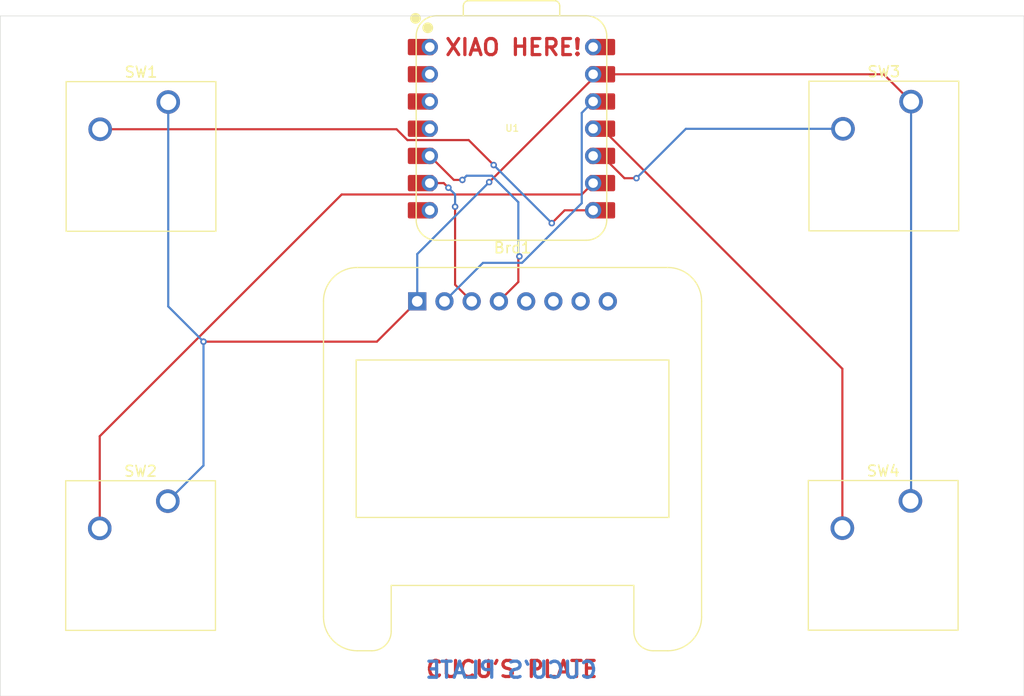
<source format=kicad_pcb>
(kicad_pcb (version 20241229) (generator "pcbnew") (generator_version "9.0")
  (layers (0 "F.Cu" signal) (2 "B.Cu" signal) (13 "F.Paste" user) (15 "B.Paste" user) (5 "F.SilkS" user "F.Silkscreen") (7 "B.SilkS" user "B.Silkscreen") (1 "F.Mask" user) (3 "B.Mask" user) (25 "Edge.Cuts" user))
  (net 0 "")
  (net 1 "Net-(Brd1-VCC)")
  (net 2 "Net-(Brd1-SDA)")
  (net 3 "Net-(Brd1-SCL)")
  (net 4 "GND")
  (net 6 "Net-(U1-GPIO1{slash}RX)")
  (net 7 "Net-(U1-GPIO2{slash}SCK)")
  (net 8 "Net-(U1-GPIO4{slash}MISO)")
  (net 9 "Net-(U1-GPIO3{slash}MOSI)")
  (footprint "Button_Switch_Keyboard:SW_Cherry_MX_1.00u_PCB" (layer "F.Cu") (at 185.67 45.04)
    (property "Reference" "SW1" (at -2.54 -2.794 0) (layer "F.SilkS"))
    (property "Value" "SW_Push")
    (fp_line (start -9.525 -1.905) (end 4.445 -1.905) (stroke (width 0.12)) (layer "F.SilkS"))
    (fp_line (start -9.525 12.065) (end -9.525 -1.905) (stroke (width 0.12)) (layer "F.SilkS"))
    (fp_line (start 4.445 -1.905) (end 4.445 12.065) (stroke (width 0.12)) (layer "F.SilkS"))
    (fp_line (start 4.445 12.065) (end -9.525 12.065) (stroke (width 0.12)) (layer "F.SilkS"))
    (pad "" np_thru_hole circle (at -7.62 5.08) (size 1.7 1.7) (drill 1.7) (layers "*.Cu" "*.Mask"))
    (pad "" np_thru_hole circle (at -2.54 5.08) (size 4 4) (drill 4) (layers "*.Cu" "*.Mask"))
    (pad "" np_thru_hole circle (at 2.54 5.08) (size 1.7 1.7) (drill 1.7) (layers "*.Cu" "*.Mask"))
    (pad "1" thru_hole circle (at 0 0) (size 2.2 2.2) (drill 1.5) (layers "*.Cu" "*.Mask") (net 4 "GND"))
    (pad "2" thru_hole circle (at -6.35 2.54) (size 2.2 2.2) (drill 1.5) (layers "*.Cu" "*.Mask") (net 6 "Net-(U1-GPIO1{slash}RX)"))
  )
  (footprint "Button_Switch_Keyboard:SW_Cherry_MX_1.00u_PCB" (layer "F.Cu") (at 254.97 45)
    (property "Reference" "SW3" (at -2.54 -2.794 0) (layer "F.SilkS"))
    (property "Value" "SW_Push")
    (fp_line (start -9.525 -1.905) (end 4.445 -1.905) (stroke (width 0.12)) (layer "F.SilkS"))
    (fp_line (start -9.525 12.065) (end -9.525 -1.905) (stroke (width 0.12)) (layer "F.SilkS"))
    (fp_line (start 4.445 -1.905) (end 4.445 12.065) (stroke (width 0.12)) (layer "F.SilkS"))
    (fp_line (start 4.445 12.065) (end -9.525 12.065) (stroke (width 0.12)) (layer "F.SilkS"))
    (pad "" np_thru_hole circle (at -7.62 5.08) (size 1.7 1.7) (drill 1.7) (layers "*.Cu" "*.Mask"))
    (pad "" np_thru_hole circle (at -2.54 5.08) (size 4 4) (drill 4) (layers "*.Cu" "*.Mask"))
    (pad "" np_thru_hole circle (at 2.54 5.08) (size 1.7 1.7) (drill 1.7) (layers "*.Cu" "*.Mask"))
    (pad "1" thru_hole circle (at 0 0) (size 2.2 2.2) (drill 1.5) (layers "*.Cu" "*.Mask") (net 4 "GND"))
    (pad "2" thru_hole circle (at -6.35 2.54) (size 2.2 2.2) (drill 1.5) (layers "*.Cu" "*.Mask") (net 8 "Net-(U1-GPIO4{slash}MISO)"))
  )
  (footprint "Display:Adafruit_SSD1306" (layer "F.Cu") (at 208.9 63.645)
    (property "Reference" "Brd1" (at 8.89 -5 0) (layer "F.SilkS"))
    (property "Value" "SSD1306")
    (fp_line (start -8.746 0) (end -8.746 29.464) (stroke (width 0.12)) (layer "F.SilkS"))
    (fp_line (start -5.698 5.478) (end -5.698 20.176) (stroke (width 0.12)) (layer "F.SilkS"))
    (fp_line (start -5.698 5.478) (end 23.478 5.478) (stroke (width 0.12)) (layer "F.SilkS"))
    (fp_line (start -5.698 20.176) (end 23.478 20.176) (stroke (width 0.12)) (layer "F.SilkS"))
    (fp_line (start -4.238 32.622) (end -5.59 32.622) (stroke (width 0.12)) (layer "F.SilkS"))
    (fp_line (start -2.43 26.526) (end -2.43 30.814) (stroke (width 0.12)) (layer "F.SilkS"))
    (fp_line (start -2.43 26.526) (end 20.21 26.526) (stroke (width 0.12)) (layer "F.SilkS"))
    (fp_line (start 20.21 26.526) (end 20.21 30.814) (stroke (width 0.12)) (layer "F.SilkS"))
    (fp_line (start 22.018 32.622) (end 23.37 32.622) (stroke (width 0.12)) (layer "F.SilkS"))
    (fp_line (start 23.368 -3.158) (end -5.588 -3.158) (stroke (width 0.12)) (layer "F.SilkS"))
    (fp_line (start 23.478 5.478) (end 23.478 20.176) (stroke (width 0.12)) (layer "F.SilkS"))
    (fp_line (start 26.526 0) (end 26.526 29.464) (stroke (width 0.12)) (layer "F.SilkS"))
    (fp_arc (start -8.746 0) (mid -7.821043 -2.233043) (end -5.588 -3.158) (stroke (width 0.12)) (layer "F.SilkS"))
    (fp_arc (start -5.588 32.622) (mid -7.821043 31.697043) (end -8.746 29.464) (stroke (width 0.12)) (layer "F.SilkS"))
    (fp_arc (start -2.43 30.812) (mid -2.958137 32.091035) (end -4.236 32.622) (stroke (width 0.12)) (layer "F.SilkS"))
    (fp_arc (start 22.016 32.622) (mid 20.738137 32.091035) (end 20.21 30.812) (stroke (width 0.12)) (layer "F.SilkS"))
    (fp_arc (start 23.368 -3.158) (mid 25.601043 -2.233043) (end 26.526 0) (stroke (width 0.12)) (layer "F.SilkS"))
    (fp_arc (start 26.526 29.464) (mid 25.601043 31.697043) (end 23.368 32.622) (stroke (width 0.12)) (layer "F.SilkS"))
    (pad "" np_thru_hole circle (at -5.588 0) (size 2.7 2.7) (drill 2.7) (layers "*.Cu" "*.Mask"))
    (pad "" np_thru_hole circle (at -5.588 29.464) (size 2.7 2.7) (drill 2.7) (layers "*.Cu" "*.Mask"))
    (pad "" np_thru_hole circle (at 23.368 0) (size 2.7 2.7) (drill 2.7) (layers "*.Cu" "*.Mask"))
    (pad "" np_thru_hole circle (at 23.368 29.464) (size 2.7 2.7) (drill 2.7) (layers "*.Cu" "*.Mask"))
    (pad "1" thru_hole rect (at 0 0) (size 1.7 1.7) (drill 1) (layers "*.Cu" "*.Mask") (net 4 "GND"))
    (pad "2" thru_hole circle (at 2.54 0) (size 1.7 1.7) (drill 1) (layers "*.Cu" "*.Mask") (net 1 "Net-(Brd1-VCC)"))
    (pad "3" thru_hole circle (at 5.08 0) (size 1.7 1.7) (drill 1) (layers "*.Cu" "*.Mask") (net 3 "Net-(Brd1-SCL)"))
    (pad "4" thru_hole circle (at 7.62 0) (size 1.7 1.7) (drill 1) (layers "*.Cu" "*.Mask") (net 2 "Net-(Brd1-SDA)"))
    (pad "5" thru_hole circle (at 10.16 0) (size 1.7 1.7) (drill 1) (layers "*.Cu" "*.Mask"))
    (pad "6" thru_hole circle (at 12.7 0) (size 1.7 1.7) (drill 1) (layers "*.Cu" "*.Mask"))
    (pad "7" thru_hole circle (at 15.24 0) (size 1.7 1.7) (drill 1) (layers "*.Cu" "*.Mask"))
    (pad "8" thru_hole circle (at 17.78 0) (size 1.7 1.7) (drill 1) (layers "*.Cu" "*.Mask"))
  )
  (footprint "Button_Switch_Keyboard:SW_Cherry_MX_1.00u_PCB" (layer "F.Cu") (at 254.91 82.28)
    (property "Reference" "SW4" (at -2.54 -2.794 0) (layer "F.SilkS"))
    (property "Value" "SW_Push")
    (fp_line (start -9.525 -1.905) (end 4.445 -1.905) (stroke (width 0.12)) (layer "F.SilkS"))
    (fp_line (start -9.525 12.065) (end -9.525 -1.905) (stroke (width 0.12)) (layer "F.SilkS"))
    (fp_line (start 4.445 -1.905) (end 4.445 12.065) (stroke (width 0.12)) (layer "F.SilkS"))
    (fp_line (start 4.445 12.065) (end -9.525 12.065) (stroke (width 0.12)) (layer "F.SilkS"))
    (pad "" np_thru_hole circle (at -7.62 5.08) (size 1.7 1.7) (drill 1.7) (layers "*.Cu" "*.Mask"))
    (pad "" np_thru_hole circle (at -2.54 5.08) (size 4 4) (drill 4) (layers "*.Cu" "*.Mask"))
    (pad "" np_thru_hole circle (at 2.54 5.08) (size 1.7 1.7) (drill 1.7) (layers "*.Cu" "*.Mask"))
    (pad "1" thru_hole circle (at 0 0) (size 2.2 2.2) (drill 1.5) (layers "*.Cu" "*.Mask") (net 4 "GND"))
    (pad "2" thru_hole circle (at -6.35 2.54) (size 2.2 2.2) (drill 1.5) (layers "*.Cu" "*.Mask") (net 9 "Net-(U1-GPIO3{slash}MOSI)"))
  )
  (footprint "Button_Switch_Keyboard:SW_Cherry_MX_1.00u_PCB" (layer "F.Cu") (at 185.63 82.3)
    (property "Reference" "SW2" (at -2.54 -2.794 0) (layer "F.SilkS"))
    (property "Value" "SW_Push")
    (fp_line (start -9.525 -1.905) (end 4.445 -1.905) (stroke (width 0.12)) (layer "F.SilkS"))
    (fp_line (start -9.525 12.065) (end -9.525 -1.905) (stroke (width 0.12)) (layer "F.SilkS"))
    (fp_line (start 4.445 -1.905) (end 4.445 12.065) (stroke (width 0.12)) (layer "F.SilkS"))
    (fp_line (start 4.445 12.065) (end -9.525 12.065) (stroke (width 0.12)) (layer "F.SilkS"))
    (pad "" np_thru_hole circle (at -7.62 5.08) (size 1.7 1.7) (drill 1.7) (layers "*.Cu" "*.Mask"))
    (pad "" np_thru_hole circle (at -2.54 5.08) (size 4 4) (drill 4) (layers "*.Cu" "*.Mask"))
    (pad "" np_thru_hole circle (at 2.54 5.08) (size 1.7 1.7) (drill 1.7) (layers "*.Cu" "*.Mask"))
    (pad "1" thru_hole circle (at 0 0) (size 2.2 2.2) (drill 1.5) (layers "*.Cu" "*.Mask") (net 4 "GND"))
    (pad "2" thru_hole circle (at -6.35 2.54) (size 2.2 2.2) (drill 1.5) (layers "*.Cu" "*.Mask") (net 7 "Net-(U1-GPIO2{slash}SCK)"))
  )
  (footprint "OPL Lib (Hackpad):XIAO-RP2040-DIP" (layer "F.Cu") (at 217.69 47.5285)
    (property "Reference" "U1" (at 0.07 -0.0485 0) (layer "F.SilkS") (effects (font (size 0.635 0.635) (thickness 0.1016))))
    (property "Value" "XIAO-RP2040-DIP")
    (fp_line (start -8.89 8.509) (end -8.89 -8.636) (stroke (width 0.127)) (layer "F.SilkS"))
    (fp_line (start -6.985 10.414) (end 6.985 10.414) (stroke (width 0.127)) (layer "F.SilkS"))
    (fp_line (start -4.495 -10.541) (end -4.491272 -11.451272) (stroke (width 0.127)) (layer "F.SilkS"))
    (fp_line (start -3.991272 -11.951) (end 4.004 -11.951) (stroke (width 0.127)) (layer "F.SilkS"))
    (fp_line (start 4.504 -11.451) (end 4.504 -10.541) (stroke (width 0.127)) (layer "F.SilkS"))
    (fp_line (start 6.985 -10.541) (end -6.985 -10.541) (stroke (width 0.1)) (layer "F.SilkS"))
    (fp_line (start 6.985 -10.541) (end -6.985 -10.541) (stroke (width 0.127)) (layer "F.SilkS"))
    (fp_line (start 8.89 8.509) (end 8.89 -8.636) (stroke (width 0.127)) (layer "F.SilkS"))
    (fp_arc (start -8.89 -8.636) (mid -8.332038 -9.983038) (end -6.985 -10.541) (stroke (width 0.127)) (layer "F.SilkS"))
    (fp_arc (start -6.985 10.414) (mid -8.332038 9.856038) (end -8.89 8.509) (stroke (width 0.127)) (layer "F.SilkS"))
    (fp_arc (start -4.491272 -11.451272) (mid -4.344728 -11.80464) (end -3.991272 -11.951) (stroke (width 0.127)) (layer "F.SilkS"))
    (fp_arc (start 4.004 -11.951) (mid 4.357553 -11.804553) (end 4.504 -11.451) (stroke (width 0.127)) (layer "F.SilkS"))
    (fp_arc (start 6.985 -10.541) (mid 8.332038 -9.983038) (end 8.89 -8.636) (stroke (width 0.127)) (layer "F.SilkS"))
    (fp_arc (start 8.89 8.509) (mid 8.332038 9.856038) (end 6.985 10.414) (stroke (width 0.127)) (layer "F.SilkS"))
    (fp_circle (center -8.95 -10.3) (end -8.95 -10.554) (stroke (width 0.5)) (fill yes) (layer "F.SilkS"))
    (fp_circle (center -7.807 -9.42) (end -7.807 -9.674) (stroke (width 0.5)) (fill yes) (layer "F.SilkS"))
    (pad "1" smd roundrect (at -8.455 -7.62 180) (size 2.432 1.524) (layers "F.Cu" "F.Mask") (roundrect_rratio 0.1))
    (pad "1" thru_hole circle (at -7.62 -7.62 180) (size 1.524 1.524) (drill 0.889) (layers "*.Cu" "*.Mask"))
    (pad "2" smd roundrect (at -8.455 -5.08 180) (size 2.432 1.524) (layers "F.Cu" "F.Mask") (roundrect_rratio 0.1))
    (pad "2" thru_hole circle (at -7.62 -5.08 180) (size 1.524 1.524) (drill 0.889) (layers "*.Cu" "*.Mask"))
    (pad "3" smd roundrect (at -8.455 -2.54 180) (size 2.432 1.524) (layers "F.Cu" "F.Mask") (roundrect_rratio 0.1))
    (pad "3" thru_hole circle (at -7.62 -2.54 180) (size 1.524 1.524) (drill 0.889) (layers "*.Cu" "*.Mask"))
    (pad "4" smd roundrect (at -8.455 0 180) (size 2.432 1.524) (layers "F.Cu" "F.Mask") (roundrect_rratio 0.1))
    (pad "4" thru_hole circle (at -7.62 0 180) (size 1.524 1.524) (drill 0.889) (layers "*.Cu" "*.Mask"))
    (pad "5" smd roundrect (at -8.455 2.54 180) (size 2.432 1.524) (layers "F.Cu" "F.Mask") (roundrect_rratio 0.1) (net 2 "Net-(Brd1-SDA)"))
    (pad "5" thru_hole circle (at -7.62 2.54 180) (size 1.524 1.524) (drill 0.889) (layers "*.Cu" "*.Mask") (net 2 "Net-(Brd1-SDA)"))
    (pad "6" smd roundrect (at -8.455 5.08 180) (size 2.432 1.524) (layers "F.Cu" "F.Mask") (roundrect_rratio 0.1) (net 3 "Net-(Brd1-SCL)"))
    (pad "6" thru_hole circle (at -7.62 5.08 180) (size 1.524 1.524) (drill 0.889) (layers "*.Cu" "*.Mask") (net 3 "Net-(Brd1-SCL)"))
    (pad "7" smd roundrect (at -8.455 7.62 180) (size 2.432 1.524) (layers "F.Cu" "F.Mask") (roundrect_rratio 0.1))
    (pad "7" thru_hole circle (at -7.62 7.62 180) (size 1.524 1.524) (drill 0.889) (layers "*.Cu" "*.Mask"))
    (pad "8" thru_hole circle (at 7.62 7.62) (size 1.524 1.524) (drill 0.889) (layers "*.Cu" "*.Mask") (net 6 "Net-(U1-GPIO1{slash}RX)"))
    (pad "8" smd roundrect (at 8.455 7.62) (size 2.432 1.524) (layers "F.Cu" "F.Mask") (roundrect_rratio 0.1) (net 6 "Net-(U1-GPIO1{slash}RX)"))
    (pad "9" thru_hole circle (at 7.62 5.08) (size 1.524 1.524) (drill 0.889) (layers "*.Cu" "*.Mask") (net 7 "Net-(U1-GPIO2{slash}SCK)"))
    (pad "9" smd roundrect (at 8.455 5.08) (size 2.432 1.524) (layers "F.Cu" "F.Mask") (roundrect_rratio 0.1) (net 7 "Net-(U1-GPIO2{slash}SCK)"))
    (pad "10" thru_hole circle (at 7.62 2.54) (size 1.524 1.524) (drill 0.889) (layers "*.Cu" "*.Mask") (net 8 "Net-(U1-GPIO4{slash}MISO)"))
    (pad "10" smd roundrect (at 8.455 2.54) (size 2.432 1.524) (layers "F.Cu" "F.Mask") (roundrect_rratio 0.1) (net 8 "Net-(U1-GPIO4{slash}MISO)"))
    (pad "11" thru_hole circle (at 7.62 0) (size 1.524 1.524) (drill 0.889) (layers "*.Cu" "*.Mask") (net 9 "Net-(U1-GPIO3{slash}MOSI)"))
    (pad "11" smd roundrect (at 8.455 0) (size 2.432 1.524) (layers "F.Cu" "F.Mask") (roundrect_rratio 0.1) (net 9 "Net-(U1-GPIO3{slash}MOSI)"))
    (pad "12" thru_hole circle (at 7.62 -2.54) (size 1.524 1.524) (drill 0.889) (layers "*.Cu" "*.Mask") (net 1 "Net-(Brd1-VCC)"))
    (pad "12" smd roundrect (at 8.455 -2.54) (size 2.432 1.524) (layers "F.Cu" "F.Mask") (roundrect_rratio 0.1) (net 1 "Net-(Brd1-VCC)"))
    (pad "13" thru_hole circle (at 7.62 -5.08) (size 1.524 1.524) (drill 0.889) (layers "*.Cu" "*.Mask") (net 4 "GND"))
    (pad "13" smd roundrect (at 8.455 -5.08) (size 2.432 1.524) (layers "F.Cu" "F.Mask") (roundrect_rratio 0.1) (net 4 "GND"))
    (pad "14" thru_hole circle (at 7.62 -7.62) (size 1.524 1.524) (drill 0.889) (layers "*.Cu" "*.Mask"))
    (pad "14" smd roundrect (at 8.455 -7.62) (size 2.432 1.524) (layers "F.Cu" "F.Mask") (roundrect_rratio 0.1))
  )
  (gr_rect (start 170 37) (end 265.5 100.5) (stroke (width 0.05)) (fill no) (layer "Edge.Cuts"))
  (gr_text "XIAO HERE!" (at 211.36 40.81 0) (layer "F.Cu") (effects (font (size 1.5 1.5) (thickness 0.3) (bold yes)) (justify left bottom)))
  (gr_text "CUCU'S PLATE" (at 209.56 98.87 0) (layer "F.Cu") (effects (font (size 1.5 1.5) (thickness 0.3) (bold yes)) (justify left bottom)))
  (gr_text "CUCU'S PLATE" (at 225.83 98.94 0) (layer "B.Cu") (effects (font (size 1.5 1.5) (thickness 0.3) (bold yes)) (justify left bottom mirror)))
  (segment (start 215.034 60.051) (end 218.678943 60.051) (width 0.2) (layer "B.Cu") (net 1))
  (segment (start 211.44 63.645) (end 215.034 60.051) (width 0.2) (layer "B.Cu") (net 1))
  (segment (start 224.247 46.0515) (end 225.31 44.9885) (width 0.2) (layer "B.Cu") (net 1))
  (segment (start 224.247 54.482943) (end 224.247 46.0515) (width 0.2) (layer "B.Cu") (net 1))
  (segment (start 218.678943 60.051) (end 224.247 54.482943) (width 0.2) (layer "B.Cu") (net 1))
  (segment (start 212.3115 52.31) (end 213.11 52.31) (width 0.2) (layer "F.Cu") (net 2))
  (segment (start 218.43 59.45) (end 218.33 59.55) (width 0.2) (layer "F.Cu") (net 2))
  (segment (start 218.33 61.835) (end 216.52 63.645) (width 0.2) (layer "F.Cu") (net 2))
  (segment (start 218.33 59.55) (end 218.33 61.835) (width 0.2) (layer "F.Cu") (net 2))
  (segment (start 210.07 50.0685) (end 212.3115 52.31) (width 0.2) (layer "F.Cu") (net 2))
  (via (at 218.43 59.45) (size 0.6) (drill 0.3) (layers "F.Cu" "B.Cu") (net 2))
  (via (at 213.11 52.31) (size 0.6) (drill 0.3) (layers "F.Cu" "B.Cu") (net 2))
  (segment (start 218.33 54.390057) (end 218.33 58.62) (width 0.2) (layer "B.Cu") (net 2))
  (segment (start 215.858943 51.919) (end 218.33 54.390057) (width 0.2) (layer "B.Cu") (net 2))
  (segment (start 218.33 58.62) (end 218.33 59.35) (width 0.2) (layer "B.Cu") (net 2))
  (segment (start 218.33 59.35) (end 218.43 59.45) (width 0.2) (layer "B.Cu") (net 2))
  (segment (start 213.501 51.919) (end 215.858943 51.919) (width 0.2) (layer "B.Cu") (net 2))
  (segment (start 213.11 52.31) (end 213.501 51.919) (width 0.2) (layer "B.Cu") (net 2))
  (segment (start 211.3785 52.6085) (end 211.81 53.04) (width 0.2) (layer "F.Cu") (net 3))
  (segment (start 210.07 52.6085) (end 211.3785 52.6085) (width 0.2) (layer "F.Cu") (net 3))
  (segment (start 212.43 62.095) (end 213.98 63.645) (width 0.2) (layer "F.Cu") (net 3))
  (segment (start 212.43 54.81) (end 212.43 62.095) (width 0.2) (layer "F.Cu") (net 3))
  (via (at 211.81 53.04) (size 0.6) (drill 0.3) (layers "F.Cu" "B.Cu") (net 3))
  (via (at 212.43 54.81) (size 0.6) (drill 0.3) (layers "F.Cu" "B.Cu") (net 3))
  (segment (start 212.43 53.66) (end 212.43 54.81) (width 0.2) (layer "B.Cu") (net 3))
  (segment (start 211.81 53.04) (end 212.43 53.66) (width 0.2) (layer "B.Cu") (net 3))
  (segment (start 254.97 45) (end 252.4185 42.4485) (width 0.2) (layer "F.Cu") (net 4))
  (segment (start 225.31 42.4485) (end 225.31 42.82) (width 0.2) (layer "F.Cu") (net 4))
  (segment (start 188.96 67.41) (end 205.135 67.41) (width 0.2) (layer "F.Cu") (net 4))
  (segment (start 205.135 67.41) (end 208.9 63.645) (width 0.2) (layer "F.Cu") (net 4))
  (segment (start 225.31 42.82) (end 215.61 52.52) (width 0.2) (layer "F.Cu") (net 4))
  (segment (start 252.4185 42.4485) (end 226.145 42.4485) (width 0.2) (layer "F.Cu") (net 4))
  (via (at 215.61 52.52) (size 0.6) (drill 0.3) (layers "F.Cu" "B.Cu") (net 4))
  (via (at 188.96 67.41) (size 0.6) (drill 0.3) (layers "F.Cu" "B.Cu") (net 4))
  (segment (start 185.67 64.12) (end 188.96 67.41) (width 0.2) (layer "B.Cu") (net 4))
  (segment (start 185.67 45.04) (end 185.67 64.12) (width 0.2) (layer "B.Cu") (net 4))
  (segment (start 254.91 81.23) (end 254.97 81.17) (width 0.2) (layer "B.Cu") (net 4))
  (segment (start 208.9 59.23) (end 208.9 63.645) (width 0.2) (layer "B.Cu") (net 4))
  (segment (start 254.97 81.17) (end 254.97 45) (width 0.2) (layer "B.Cu") (net 4))
  (segment (start 188.96 78.97) (end 185.63 82.3) (width 0.2) (layer "B.Cu") (net 4))
  (segment (start 254.91 82.28) (end 254.91 81.23) (width 0.2) (layer "B.Cu") (net 4))
  (segment (start 215.61 52.52) (end 208.9 59.23) (width 0.2) (layer "B.Cu") (net 4))
  (segment (start 188.96 67.41) (end 188.96 78.97) (width 0.2) (layer "B.Cu") (net 4))
  (segment (start 221.45 56.35) (end 222.6515 55.1485) (width 0.2) (layer "F.Cu") (net 6))
  (segment (start 222.6515 55.1485) (end 225.31 55.1485) (width 0.2) (layer "F.Cu") (net 6))
  (segment (start 179.32 47.58) (end 206.967874 47.58) (width 0.2) (layer "F.Cu") (net 6))
  (segment (start 206.967874 47.58) (end 207.979374 48.5915) (width 0.2) (layer "F.Cu") (net 6))
  (segment (start 213.7015 48.5915) (end 216.03 50.92) (width 0.2) (layer "F.Cu") (net 6))
  (segment (start 207.979374 48.5915) (end 213.7015 48.5915) (width 0.2) (layer "F.Cu") (net 6))
  (via (at 216.03 50.92) (size 0.6) (drill 0.3) (layers "F.Cu" "B.Cu") (net 6))
  (via (at 221.45 56.35) (size 0.6) (drill 0.3) (layers "F.Cu" "B.Cu") (net 6))
  (segment (start 216.03 50.92) (end 221.45 56.34) (width 0.2) (layer "B.Cu") (net 6))
  (segment (start 221.45 56.34) (end 221.45 56.35) (width 0.2) (layer "B.Cu") (net 6))
  (segment (start 179.28 84.84) (end 179.28 76.240057) (width 0.2) (layer "F.Cu") (net 7))
  (segment (start 179.28 76.240057) (end 201.848557 53.6715) (width 0.2) (layer "F.Cu") (net 7))
  (segment (start 201.848557 53.6715) (end 224.247 53.6715) (width 0.2) (layer "F.Cu") (net 7))
  (segment (start 224.247 53.6715) (end 225.31 52.6085) (width 0.2) (layer "F.Cu") (net 7))
  (segment (start 228.2265 52.15) (end 226.145 50.0685) (width 0.2) (layer "F.Cu") (net 8))
  (segment (start 229.35 52.15) (end 228.2265 52.15) (width 0.2) (layer "F.Cu") (net 8))
  (via (at 229.35 52.15) (size 0.6) (drill 0.3) (layers "F.Cu" "B.Cu") (net 8))
  (segment (start 233.96 47.54) (end 229.35 52.15) (width 0.2) (layer "B.Cu") (net 8))
  (segment (start 248.62 47.54) (end 233.96 47.54) (width 0.2) (layer "B.Cu") (net 8))
  (segment (start 248.56 69.9435) (end 226.145 47.5285) (width 0.2) (layer "F.Cu") (net 9))
  (segment (start 248.56 84.82) (end 248.56 69.9435) (width 0.2) (layer "F.Cu") (net 9))
)
</source>
